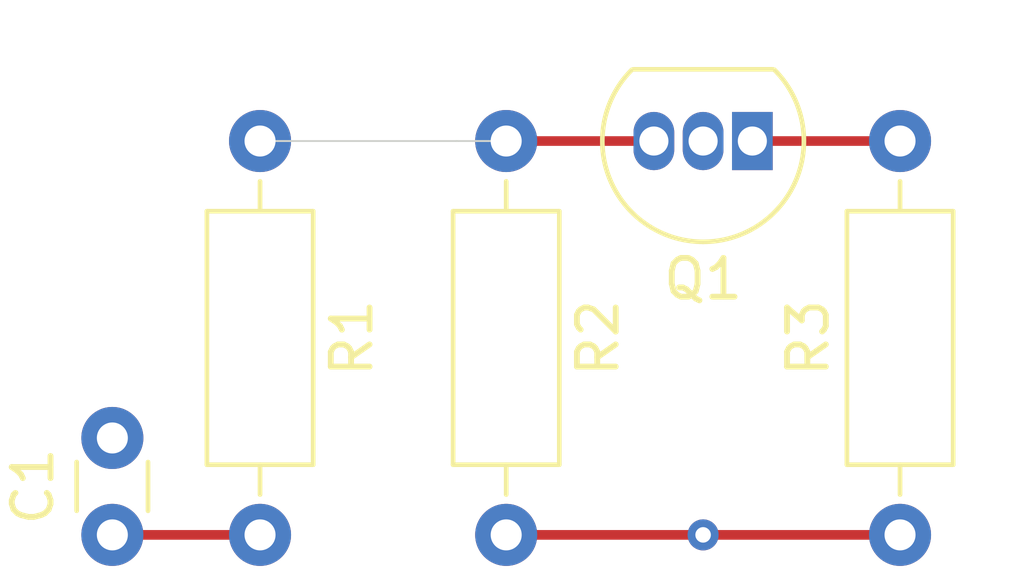
<source format=kicad_pcb>
(kicad_pcb (version 20171130) (host pcbnew "(5.1.4)-1")

  (general
    (thickness 1.6)
    (drawings 7)
    (tracks 7)
    (zones 0)
    (modules 5)
    (nets 7)
  )

  (page A4)
  (layers
    (0 F.Cu signal)
    (31 B.Cu signal)
    (32 B.Adhes user)
    (33 F.Adhes user)
    (34 B.Paste user)
    (35 F.Paste user)
    (36 B.SilkS user)
    (37 F.SilkS user)
    (38 B.Mask user)
    (39 F.Mask user)
    (40 Dwgs.User user)
    (41 Cmts.User user)
    (42 Eco1.User user)
    (43 Eco2.User user)
    (44 Edge.Cuts user hide)
    (45 Margin user)
    (46 B.CrtYd user)
    (47 F.CrtYd user)
    (48 B.Fab user)
    (49 F.Fab user)
  )

  (setup
    (last_trace_width 0.25)
    (trace_clearance 0.2)
    (zone_clearance 0.508)
    (zone_45_only no)
    (trace_min 0.2)
    (via_size 0.8)
    (via_drill 0.4)
    (via_min_size 0.4)
    (via_min_drill 0.3)
    (uvia_size 0.3)
    (uvia_drill 0.1)
    (uvias_allowed no)
    (uvia_min_size 0.2)
    (uvia_min_drill 0.1)
    (edge_width 0.05)
    (segment_width 0.2)
    (pcb_text_width 0.3)
    (pcb_text_size 1.5 1.5)
    (mod_edge_width 0.12)
    (mod_text_size 1 1)
    (mod_text_width 0.15)
    (pad_size 1.524 1.524)
    (pad_drill 0.762)
    (pad_to_mask_clearance 0.051)
    (solder_mask_min_width 0.25)
    (aux_axis_origin 0 0)
    (visible_elements FFFFFF7F)
    (pcbplotparams
      (layerselection 0x010fc_ffffffff)
      (usegerberextensions false)
      (usegerberattributes false)
      (usegerberadvancedattributes false)
      (creategerberjobfile false)
      (excludeedgelayer true)
      (linewidth 0.100000)
      (plotframeref false)
      (viasonmask false)
      (mode 1)
      (useauxorigin false)
      (hpglpennumber 1)
      (hpglpenspeed 20)
      (hpglpendiameter 15.000000)
      (psnegative false)
      (psa4output false)
      (plotreference true)
      (plotvalue true)
      (plotinvisibletext false)
      (padsonsilk false)
      (subtractmaskfromsilk false)
      (outputformat 1)
      (mirror false)
      (drillshape 0)
      (scaleselection 1)
      (outputdirectory "gerbers/"))
  )

  (net 0 "")
  (net 1 "Net-(C1-Pad2)")
  (net 2 "Net-(C1-Pad1)")
  (net 3 "Net-(Q1-Pad1)")
  (net 4 "Net-(Q1-Pad3)")
  (net 5 "Net-(Q1-Pad2)")
  (net 6 GND)

  (net_class Default "Esta é a classe de rede padrão."
    (clearance 0.2)
    (trace_width 0.25)
    (via_dia 0.8)
    (via_drill 0.4)
    (uvia_dia 0.3)
    (uvia_drill 0.1)
    (add_net GND)
    (add_net "Net-(C1-Pad1)")
    (add_net "Net-(C1-Pad2)")
    (add_net "Net-(Q1-Pad1)")
    (add_net "Net-(Q1-Pad2)")
    (add_net "Net-(Q1-Pad3)")
  )

  (module Resistor_THT:R_Axial_DIN0207_L6.3mm_D2.5mm_P10.16mm_Horizontal (layer F.Cu) (tedit 5AE5139B) (tstamp 5D93CE12)
    (at 146.05 68.58 270)
    (descr "Resistor, Axial_DIN0207 series, Axial, Horizontal, pin pitch=10.16mm, 0.25W = 1/4W, length*diameter=6.3*2.5mm^2, http://cdn-reichelt.de/documents/datenblatt/B400/1_4W%23YAG.pdf")
    (tags "Resistor Axial_DIN0207 series Axial Horizontal pin pitch 10.16mm 0.25W = 1/4W length 6.3mm diameter 2.5mm")
    (path /5D93D300)
    (fp_text reference R2 (at 5.08 -2.37 90) (layer F.SilkS)
      (effects (font (size 1 1) (thickness 0.15)))
    )
    (fp_text value 510k (at 5.08 2.37 90) (layer F.Fab)
      (effects (font (size 1 1) (thickness 0.15)))
    )
    (fp_text user %R (at 5.08 0 90) (layer F.Fab)
      (effects (font (size 1 1) (thickness 0.15)))
    )
    (fp_line (start 11.21 -1.5) (end -1.05 -1.5) (layer F.CrtYd) (width 0.05))
    (fp_line (start 11.21 1.5) (end 11.21 -1.5) (layer F.CrtYd) (width 0.05))
    (fp_line (start -1.05 1.5) (end 11.21 1.5) (layer F.CrtYd) (width 0.05))
    (fp_line (start -1.05 -1.5) (end -1.05 1.5) (layer F.CrtYd) (width 0.05))
    (fp_line (start 9.12 0) (end 8.35 0) (layer F.SilkS) (width 0.12))
    (fp_line (start 1.04 0) (end 1.81 0) (layer F.SilkS) (width 0.12))
    (fp_line (start 8.35 -1.37) (end 1.81 -1.37) (layer F.SilkS) (width 0.12))
    (fp_line (start 8.35 1.37) (end 8.35 -1.37) (layer F.SilkS) (width 0.12))
    (fp_line (start 1.81 1.37) (end 8.35 1.37) (layer F.SilkS) (width 0.12))
    (fp_line (start 1.81 -1.37) (end 1.81 1.37) (layer F.SilkS) (width 0.12))
    (fp_line (start 10.16 0) (end 8.23 0) (layer F.Fab) (width 0.1))
    (fp_line (start 0 0) (end 1.93 0) (layer F.Fab) (width 0.1))
    (fp_line (start 8.23 -1.25) (end 1.93 -1.25) (layer F.Fab) (width 0.1))
    (fp_line (start 8.23 1.25) (end 8.23 -1.25) (layer F.Fab) (width 0.1))
    (fp_line (start 1.93 1.25) (end 8.23 1.25) (layer F.Fab) (width 0.1))
    (fp_line (start 1.93 -1.25) (end 1.93 1.25) (layer F.Fab) (width 0.1))
    (pad 2 thru_hole oval (at 10.16 0 270) (size 1.6 1.6) (drill 0.8) (layers *.Cu *.Mask)
      (net 6 GND))
    (pad 1 thru_hole circle (at 0 0 270) (size 1.6 1.6) (drill 0.8) (layers *.Cu *.Mask)
      (net 4 "Net-(Q1-Pad3)"))
    (model ${KISYS3DMOD}/Resistor_THT.3dshapes/R_Axial_DIN0207_L6.3mm_D2.5mm_P10.16mm_Horizontal.wrl
      (at (xyz 0 0 0))
      (scale (xyz 1 1 1))
      (rotate (xyz 0 0 0))
    )
  )

  (module Resistor_THT:R_Axial_DIN0207_L6.3mm_D2.5mm_P10.16mm_Horizontal (layer F.Cu) (tedit 5AE5139B) (tstamp 5D93CD71)
    (at 156.21 78.74 90)
    (descr "Resistor, Axial_DIN0207 series, Axial, Horizontal, pin pitch=10.16mm, 0.25W = 1/4W, length*diameter=6.3*2.5mm^2, http://cdn-reichelt.de/documents/datenblatt/B400/1_4W%23YAG.pdf")
    (tags "Resistor Axial_DIN0207 series Axial Horizontal pin pitch 10.16mm 0.25W = 1/4W length 6.3mm diameter 2.5mm")
    (path /5D93B60F)
    (fp_text reference R3 (at 5.08 -2.37 90) (layer F.SilkS)
      (effects (font (size 1 1) (thickness 0.15)))
    )
    (fp_text value 10k (at 5.08 2.37 90) (layer F.Fab)
      (effects (font (size 1 1) (thickness 0.15)))
    )
    (fp_text user %R (at 5.08 0 90) (layer F.Fab)
      (effects (font (size 1 1) (thickness 0.15)))
    )
    (fp_line (start 11.21 -1.5) (end -1.05 -1.5) (layer F.CrtYd) (width 0.05))
    (fp_line (start 11.21 1.5) (end 11.21 -1.5) (layer F.CrtYd) (width 0.05))
    (fp_line (start -1.05 1.5) (end 11.21 1.5) (layer F.CrtYd) (width 0.05))
    (fp_line (start -1.05 -1.5) (end -1.05 1.5) (layer F.CrtYd) (width 0.05))
    (fp_line (start 9.12 0) (end 8.35 0) (layer F.SilkS) (width 0.12))
    (fp_line (start 1.04 0) (end 1.81 0) (layer F.SilkS) (width 0.12))
    (fp_line (start 8.35 -1.37) (end 1.81 -1.37) (layer F.SilkS) (width 0.12))
    (fp_line (start 8.35 1.37) (end 8.35 -1.37) (layer F.SilkS) (width 0.12))
    (fp_line (start 1.81 1.37) (end 8.35 1.37) (layer F.SilkS) (width 0.12))
    (fp_line (start 1.81 -1.37) (end 1.81 1.37) (layer F.SilkS) (width 0.12))
    (fp_line (start 10.16 0) (end 8.23 0) (layer F.Fab) (width 0.1))
    (fp_line (start 0 0) (end 1.93 0) (layer F.Fab) (width 0.1))
    (fp_line (start 8.23 -1.25) (end 1.93 -1.25) (layer F.Fab) (width 0.1))
    (fp_line (start 8.23 1.25) (end 8.23 -1.25) (layer F.Fab) (width 0.1))
    (fp_line (start 1.93 1.25) (end 8.23 1.25) (layer F.Fab) (width 0.1))
    (fp_line (start 1.93 -1.25) (end 1.93 1.25) (layer F.Fab) (width 0.1))
    (pad 2 thru_hole oval (at 10.16 0 90) (size 1.6 1.6) (drill 0.8) (layers *.Cu *.Mask)
      (net 3 "Net-(Q1-Pad1)"))
    (pad 1 thru_hole circle (at 0 0 90) (size 1.6 1.6) (drill 0.8) (layers *.Cu *.Mask)
      (net 6 GND))
    (model ${KISYS3DMOD}/Resistor_THT.3dshapes/R_Axial_DIN0207_L6.3mm_D2.5mm_P10.16mm_Horizontal.wrl
      (at (xyz 0 0 0))
      (scale (xyz 1 1 1))
      (rotate (xyz 0 0 0))
    )
  )

  (module Resistor_THT:R_Axial_DIN0207_L6.3mm_D2.5mm_P10.16mm_Horizontal (layer F.Cu) (tedit 5AE5139B) (tstamp 5D93CC31)
    (at 139.7 68.58 270)
    (descr "Resistor, Axial_DIN0207 series, Axial, Horizontal, pin pitch=10.16mm, 0.25W = 1/4W, length*diameter=6.3*2.5mm^2, http://cdn-reichelt.de/documents/datenblatt/B400/1_4W%23YAG.pdf")
    (tags "Resistor Axial_DIN0207 series Axial Horizontal pin pitch 10.16mm 0.25W = 1/4W length 6.3mm diameter 2.5mm")
    (path /5D93A3C7)
    (fp_text reference R1 (at 5.08 -2.37 90) (layer F.SilkS)
      (effects (font (size 1 1) (thickness 0.15)))
    )
    (fp_text value 1k (at 5.08 2.37 90) (layer F.Fab)
      (effects (font (size 1 1) (thickness 0.15)))
    )
    (fp_text user %R (at 5.08 0) (layer F.Fab)
      (effects (font (size 1 1) (thickness 0.15)))
    )
    (fp_line (start 11.21 -1.5) (end -1.05 -1.5) (layer F.CrtYd) (width 0.05))
    (fp_line (start 11.21 1.5) (end 11.21 -1.5) (layer F.CrtYd) (width 0.05))
    (fp_line (start -1.05 1.5) (end 11.21 1.5) (layer F.CrtYd) (width 0.05))
    (fp_line (start -1.05 -1.5) (end -1.05 1.5) (layer F.CrtYd) (width 0.05))
    (fp_line (start 9.12 0) (end 8.35 0) (layer F.SilkS) (width 0.12))
    (fp_line (start 1.04 0) (end 1.81 0) (layer F.SilkS) (width 0.12))
    (fp_line (start 8.35 -1.37) (end 1.81 -1.37) (layer F.SilkS) (width 0.12))
    (fp_line (start 8.35 1.37) (end 8.35 -1.37) (layer F.SilkS) (width 0.12))
    (fp_line (start 1.81 1.37) (end 8.35 1.37) (layer F.SilkS) (width 0.12))
    (fp_line (start 1.81 -1.37) (end 1.81 1.37) (layer F.SilkS) (width 0.12))
    (fp_line (start 10.16 0) (end 8.23 0) (layer F.Fab) (width 0.1))
    (fp_line (start 0 0) (end 1.93 0) (layer F.Fab) (width 0.1))
    (fp_line (start 8.23 -1.25) (end 1.93 -1.25) (layer F.Fab) (width 0.1))
    (fp_line (start 8.23 1.25) (end 8.23 -1.25) (layer F.Fab) (width 0.1))
    (fp_line (start 1.93 1.25) (end 8.23 1.25) (layer F.Fab) (width 0.1))
    (fp_line (start 1.93 -1.25) (end 1.93 1.25) (layer F.Fab) (width 0.1))
    (pad 2 thru_hole oval (at 10.16 0 270) (size 1.6 1.6) (drill 0.8) (layers *.Cu *.Mask)
      (net 2 "Net-(C1-Pad1)"))
    (pad 1 thru_hole circle (at 0 0 270) (size 1.6 1.6) (drill 0.8) (layers *.Cu *.Mask)
      (net 4 "Net-(Q1-Pad3)"))
    (model ${KISYS3DMOD}/Resistor_THT.3dshapes/R_Axial_DIN0207_L6.3mm_D2.5mm_P10.16mm_Horizontal.wrl
      (at (xyz 0 0 0))
      (scale (xyz 1 1 1))
      (rotate (xyz 0 0 0))
    )
  )

  (module Package_TO_SOT_THT:TO-92_Inline (layer F.Cu) (tedit 5A1DD157) (tstamp 5D93CC6E)
    (at 152.4 68.58 180)
    (descr "TO-92 leads in-line, narrow, oval pads, drill 0.75mm (see NXP sot054_po.pdf)")
    (tags "to-92 sc-43 sc-43a sot54 PA33 transistor")
    (path /5D93F8B8)
    (fp_text reference Q1 (at 1.27 -3.56) (layer F.SilkS)
      (effects (font (size 1 1) (thickness 0.15)))
    )
    (fp_text value 2SC1815 (at 1.27 2.79) (layer F.Fab)
      (effects (font (size 1 1) (thickness 0.15)))
    )
    (fp_arc (start 1.27 0) (end 1.27 -2.6) (angle 135) (layer F.SilkS) (width 0.12))
    (fp_arc (start 1.27 0) (end 1.27 -2.48) (angle -135) (layer F.Fab) (width 0.1))
    (fp_arc (start 1.27 0) (end 1.27 -2.6) (angle -135) (layer F.SilkS) (width 0.12))
    (fp_arc (start 1.27 0) (end 1.27 -2.48) (angle 135) (layer F.Fab) (width 0.1))
    (fp_line (start 4 2.01) (end -1.46 2.01) (layer F.CrtYd) (width 0.05))
    (fp_line (start 4 2.01) (end 4 -2.73) (layer F.CrtYd) (width 0.05))
    (fp_line (start -1.46 -2.73) (end -1.46 2.01) (layer F.CrtYd) (width 0.05))
    (fp_line (start -1.46 -2.73) (end 4 -2.73) (layer F.CrtYd) (width 0.05))
    (fp_line (start -0.5 1.75) (end 3 1.75) (layer F.Fab) (width 0.1))
    (fp_line (start -0.53 1.85) (end 3.07 1.85) (layer F.SilkS) (width 0.12))
    (fp_text user %R (at 1.27 -3.56) (layer F.Fab)
      (effects (font (size 1 1) (thickness 0.15)))
    )
    (pad 1 thru_hole rect (at 0 0 180) (size 1.05 1.5) (drill 0.75) (layers *.Cu *.Mask)
      (net 3 "Net-(Q1-Pad1)"))
    (pad 3 thru_hole oval (at 2.54 0 180) (size 1.05 1.5) (drill 0.75) (layers *.Cu *.Mask)
      (net 4 "Net-(Q1-Pad3)"))
    (pad 2 thru_hole oval (at 1.27 0 180) (size 1.05 1.5) (drill 0.75) (layers *.Cu *.Mask)
      (net 5 "Net-(Q1-Pad2)"))
    (model ${KISYS3DMOD}/Package_TO_SOT_THT.3dshapes/TO-92_Inline.wrl
      (at (xyz 0 0 0))
      (scale (xyz 1 1 1))
      (rotate (xyz 0 0 0))
    )
  )

  (module Capacitor_THT:C_Disc_D3.0mm_W1.6mm_P2.50mm (layer F.Cu) (tedit 5AE50EF0) (tstamp 5D93CCA0)
    (at 135.89 78.74 90)
    (descr "C, Disc series, Radial, pin pitch=2.50mm, , diameter*width=3.0*1.6mm^2, Capacitor, http://www.vishay.com/docs/45233/krseries.pdf")
    (tags "C Disc series Radial pin pitch 2.50mm  diameter 3.0mm width 1.6mm Capacitor")
    (path /5D93FC17)
    (fp_text reference C1 (at 1.25 -2.05 90) (layer F.SilkS)
      (effects (font (size 1 1) (thickness 0.15)))
    )
    (fp_text value 20nF (at 1.25 2.05 90) (layer F.Fab)
      (effects (font (size 1 1) (thickness 0.15)))
    )
    (fp_text user %R (at 1.25 0 90) (layer F.Fab)
      (effects (font (size 0.6 0.6) (thickness 0.09)))
    )
    (fp_line (start 3.55 -1.05) (end -1.05 -1.05) (layer F.CrtYd) (width 0.05))
    (fp_line (start 3.55 1.05) (end 3.55 -1.05) (layer F.CrtYd) (width 0.05))
    (fp_line (start -1.05 1.05) (end 3.55 1.05) (layer F.CrtYd) (width 0.05))
    (fp_line (start -1.05 -1.05) (end -1.05 1.05) (layer F.CrtYd) (width 0.05))
    (fp_line (start 0.621 0.92) (end 1.879 0.92) (layer F.SilkS) (width 0.12))
    (fp_line (start 0.621 -0.92) (end 1.879 -0.92) (layer F.SilkS) (width 0.12))
    (fp_line (start 2.75 -0.8) (end -0.25 -0.8) (layer F.Fab) (width 0.1))
    (fp_line (start 2.75 0.8) (end 2.75 -0.8) (layer F.Fab) (width 0.1))
    (fp_line (start -0.25 0.8) (end 2.75 0.8) (layer F.Fab) (width 0.1))
    (fp_line (start -0.25 -0.8) (end -0.25 0.8) (layer F.Fab) (width 0.1))
    (pad 2 thru_hole circle (at 2.5 0 90) (size 1.6 1.6) (drill 0.8) (layers *.Cu *.Mask)
      (net 1 "Net-(C1-Pad2)"))
    (pad 1 thru_hole circle (at 0 0 90) (size 1.6 1.6) (drill 0.8) (layers *.Cu *.Mask)
      (net 2 "Net-(C1-Pad1)"))
    (model ${KISYS3DMOD}/Capacitor_THT.3dshapes/C_Disc_D3.0mm_W1.6mm_P2.50mm.wrl
      (at (xyz 0 0 0))
      (scale (xyz 1 1 1))
      (rotate (xyz 0 0 0))
    )
  )

  (gr_line (start 144.78 68.58) (end 146.05 68.58) (layer Edge.Cuts) (width 0.05))
  (gr_line (start 139.7 68.58) (end 144.78 68.58) (layer Edge.Cuts) (width 0.05))
  (gr_line (start 165.1 60.96) (end 123.19 60.96) (layer Edge.Cuts) (width 0.05) (tstamp 5D93D17F))
  (gr_line (start 165.1 62.23) (end 165.1 60.96) (layer Edge.Cuts) (width 0.05))
  (gr_line (start 165.1 82.55) (end 165.1 62.23) (layer Edge.Cuts) (width 0.05))
  (gr_line (start 123.19 82.55) (end 165.1 82.55) (layer Edge.Cuts) (width 0.05))
  (gr_line (start 123.19 60.96) (end 123.19 82.55) (layer Edge.Cuts) (width 0.05))

  (segment (start 139.7 78.74) (end 135.89 78.74) (width 0.25) (layer F.Cu) (net 2))
  (segment (start 152.4 68.58) (end 156.21 68.58) (width 0.25) (layer F.Cu) (net 3))
  (segment (start 146.544988 68.58) (end 146.297494 68.332506) (width 0.25) (layer F.Cu) (net 4))
  (segment (start 149.86 68.58) (end 146.544988 68.58) (width 0.25) (layer F.Cu) (net 4))
  (via (at 151.13 78.74) (size 0.8) (drill 0.4) (layers F.Cu B.Cu) (net 6))
  (segment (start 146.05 78.74) (end 151.13 78.74) (width 0.25) (layer F.Cu) (net 6))
  (segment (start 151.13 78.74) (end 156.21 78.74) (width 0.25) (layer F.Cu) (net 6))

)

</source>
